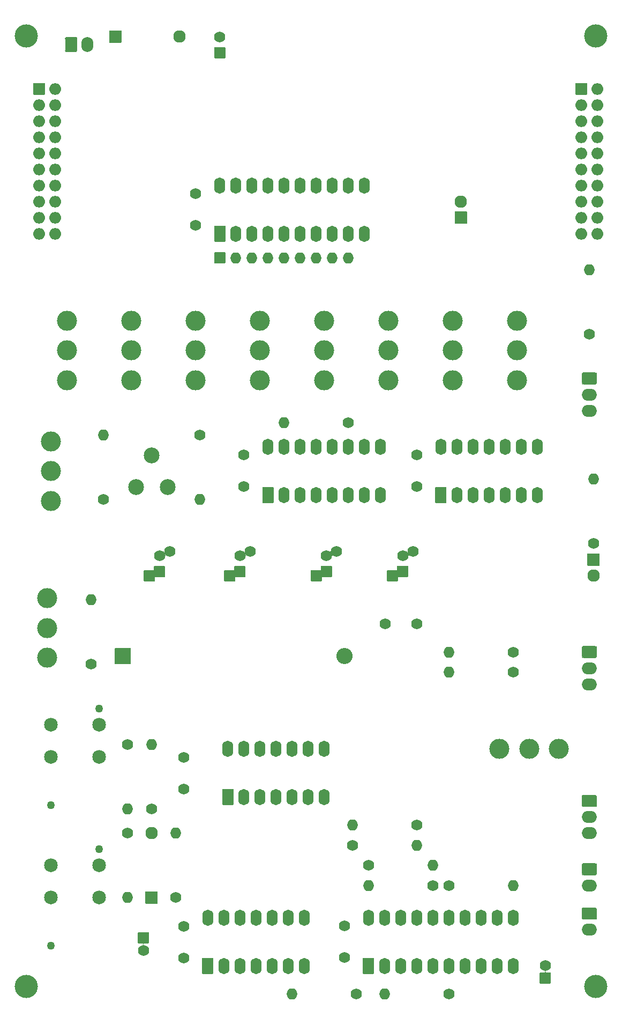
<source format=gbr>
G04 #@! TF.GenerationSoftware,KiCad,Pcbnew,(5.1.7)-1*
G04 #@! TF.CreationDate,2020-12-28T01:09:54+01:00*
G04 #@! TF.ProjectId,EinTaktReset,45696e54-616b-4745-9265-7365742e6b69,rev?*
G04 #@! TF.SameCoordinates,Original*
G04 #@! TF.FileFunction,Soldermask,Bot*
G04 #@! TF.FilePolarity,Negative*
%FSLAX46Y46*%
G04 Gerber Fmt 4.6, Leading zero omitted, Abs format (unit mm)*
G04 Created by KiCad (PCBNEW (5.1.7)-1) date 2020-12-28 01:09:54*
%MOMM*%
%LPD*%
G01*
G04 APERTURE LIST*
%ADD10O,2.560000X2.560000*%
%ADD11O,1.760000X1.760000*%
%ADD12C,1.760000*%
%ADD13C,2.160000*%
%ADD14C,1.260000*%
%ADD15C,3.157200*%
%ADD16O,1.760000X2.560000*%
%ADD17C,2.500000*%
%ADD18C,3.660000*%
%ADD19O,2.350000X1.900000*%
%ADD20O,1.860000X1.860000*%
%ADD21O,1.900000X2.350000*%
%ADD22C,1.960000*%
%ADD23O,1.960000X1.960000*%
%ADD24C,0.100000*%
G04 APERTURE END LIST*
D10*
X93345000Y-125730000D03*
G36*
G01*
X57065000Y-126930000D02*
X57065000Y-124530000D01*
G75*
G02*
X57145000Y-124450000I80000J0D01*
G01*
X59545000Y-124450000D01*
G75*
G02*
X59625000Y-124530000I0J-80000D01*
G01*
X59625000Y-126930000D01*
G75*
G02*
X59545000Y-127010000I-80000J0D01*
G01*
X57145000Y-127010000D01*
G75*
G02*
X57065000Y-126930000I0J80000D01*
G01*
G37*
D11*
X97155000Y-161925000D03*
D12*
X107315000Y-161925000D03*
D11*
X107315000Y-158750000D03*
D12*
X97155000Y-158750000D03*
D11*
X93980000Y-62865000D03*
X91440000Y-62865000D03*
X88900000Y-62865000D03*
X86360000Y-62865000D03*
X83820000Y-62865000D03*
X81280000Y-62865000D03*
X78740000Y-62865000D03*
X76200000Y-62865000D03*
G36*
G01*
X72780000Y-63665000D02*
X72780000Y-62065000D01*
G75*
G02*
X72860000Y-61985000I80000J0D01*
G01*
X74460000Y-61985000D01*
G75*
G02*
X74540000Y-62065000I0J-80000D01*
G01*
X74540000Y-63665000D01*
G75*
G02*
X74460000Y-63745000I-80000J0D01*
G01*
X72860000Y-63745000D01*
G75*
G02*
X72780000Y-63665000I0J80000D01*
G01*
G37*
D13*
X54610000Y-136525000D03*
X54610000Y-141605000D03*
X46990000Y-136525000D03*
D14*
X46990000Y-149225000D03*
X54610000Y-133985000D03*
D13*
X46990000Y-141605000D03*
X54610000Y-158750000D03*
X54610000Y-163830000D03*
X46990000Y-158750000D03*
D14*
X46990000Y-171450000D03*
X54610000Y-156210000D03*
D13*
X46990000Y-163830000D03*
D15*
X46355000Y-116586000D03*
X46355000Y-121285000D03*
X46355000Y-125984000D03*
D16*
X74930000Y-140335000D03*
X90170000Y-147955000D03*
X77470000Y-140335000D03*
X87630000Y-147955000D03*
X80010000Y-140335000D03*
X85090000Y-147955000D03*
X82550000Y-140335000D03*
X82550000Y-147955000D03*
X85090000Y-140335000D03*
X80010000Y-147955000D03*
X87630000Y-140335000D03*
X77470000Y-147955000D03*
X90170000Y-140335000D03*
G36*
G01*
X75730000Y-149235000D02*
X74130000Y-149235000D01*
G75*
G02*
X74050000Y-149155000I0J80000D01*
G01*
X74050000Y-146755000D01*
G75*
G02*
X74130000Y-146675000I80000J0D01*
G01*
X75730000Y-146675000D01*
G75*
G02*
X75810000Y-146755000I0J-80000D01*
G01*
X75810000Y-149155000D01*
G75*
G02*
X75730000Y-149235000I-80000J0D01*
G01*
G37*
X108585000Y-92710000D03*
X123825000Y-100330000D03*
X111125000Y-92710000D03*
X121285000Y-100330000D03*
X113665000Y-92710000D03*
X118745000Y-100330000D03*
X116205000Y-92710000D03*
X116205000Y-100330000D03*
X118745000Y-92710000D03*
X113665000Y-100330000D03*
X121285000Y-92710000D03*
X111125000Y-100330000D03*
X123825000Y-92710000D03*
G36*
G01*
X109385000Y-101610000D02*
X107785000Y-101610000D01*
G75*
G02*
X107705000Y-101530000I0J80000D01*
G01*
X107705000Y-99130000D01*
G75*
G02*
X107785000Y-99050000I80000J0D01*
G01*
X109385000Y-99050000D01*
G75*
G02*
X109465000Y-99130000I0J-80000D01*
G01*
X109465000Y-101530000D01*
G75*
G02*
X109385000Y-101610000I-80000J0D01*
G01*
G37*
X97155000Y-167005000D03*
X120015000Y-174625000D03*
X99695000Y-167005000D03*
X117475000Y-174625000D03*
X102235000Y-167005000D03*
X114935000Y-174625000D03*
X104775000Y-167005000D03*
X112395000Y-174625000D03*
X107315000Y-167005000D03*
X109855000Y-174625000D03*
X109855000Y-167005000D03*
X107315000Y-174625000D03*
X112395000Y-167005000D03*
X104775000Y-174625000D03*
X114935000Y-167005000D03*
X102235000Y-174625000D03*
X117475000Y-167005000D03*
X99695000Y-174625000D03*
X120015000Y-167005000D03*
G36*
G01*
X97955000Y-175905000D02*
X96355000Y-175905000D01*
G75*
G02*
X96275000Y-175825000I0J80000D01*
G01*
X96275000Y-173425000D01*
G75*
G02*
X96355000Y-173345000I80000J0D01*
G01*
X97955000Y-173345000D01*
G75*
G02*
X98035000Y-173425000I0J-80000D01*
G01*
X98035000Y-175825000D01*
G75*
G02*
X97955000Y-175905000I-80000J0D01*
G01*
G37*
X71755000Y-167005000D03*
X86995000Y-174625000D03*
X74295000Y-167005000D03*
X84455000Y-174625000D03*
X76835000Y-167005000D03*
X81915000Y-174625000D03*
X79375000Y-167005000D03*
X79375000Y-174625000D03*
X81915000Y-167005000D03*
X76835000Y-174625000D03*
X84455000Y-167005000D03*
X74295000Y-174625000D03*
X86995000Y-167005000D03*
G36*
G01*
X72555000Y-175905000D02*
X70955000Y-175905000D01*
G75*
G02*
X70875000Y-175825000I0J80000D01*
G01*
X70875000Y-173425000D01*
G75*
G02*
X70955000Y-173345000I80000J0D01*
G01*
X72555000Y-173345000D01*
G75*
G02*
X72635000Y-173425000I0J-80000D01*
G01*
X72635000Y-175825000D01*
G75*
G02*
X72555000Y-175905000I-80000J0D01*
G01*
G37*
D15*
X46990000Y-101219000D03*
X46990000Y-96520000D03*
X46990000Y-91821000D03*
X127254000Y-140335000D03*
X122555000Y-140335000D03*
X117856000Y-140335000D03*
D12*
X125095000Y-174530000D03*
G36*
G01*
X125895000Y-177410000D02*
X124295000Y-177410000D01*
G75*
G02*
X124215000Y-177330000I0J80000D01*
G01*
X124215000Y-175730000D01*
G75*
G02*
X124295000Y-175650000I80000J0D01*
G01*
X125895000Y-175650000D01*
G75*
G02*
X125975000Y-175730000I0J-80000D01*
G01*
X125975000Y-177330000D01*
G75*
G02*
X125895000Y-177410000I-80000J0D01*
G01*
G37*
X61595000Y-172180000D03*
G36*
G01*
X60795000Y-169300000D02*
X62395000Y-169300000D01*
G75*
G02*
X62475000Y-169380000I0J-80000D01*
G01*
X62475000Y-170980000D01*
G75*
G02*
X62395000Y-171060000I-80000J0D01*
G01*
X60795000Y-171060000D01*
G75*
G02*
X60715000Y-170980000I0J80000D01*
G01*
X60715000Y-169380000D01*
G75*
G02*
X60795000Y-169300000I80000J0D01*
G01*
G37*
D17*
X65405000Y-99060000D03*
X62905000Y-94060000D03*
X60405000Y-99060000D03*
D15*
X120650000Y-82169000D03*
X120650000Y-77470000D03*
X120650000Y-72771000D03*
X110490000Y-82169000D03*
X110490000Y-77470000D03*
X110490000Y-72771000D03*
X100330000Y-82169000D03*
X100330000Y-77470000D03*
X100330000Y-72771000D03*
X90170000Y-82169000D03*
X90170000Y-77470000D03*
X90170000Y-72771000D03*
X80010000Y-82169000D03*
X80010000Y-77470000D03*
X80010000Y-72771000D03*
X69850000Y-82169000D03*
X69850000Y-77470000D03*
X69850000Y-72771000D03*
X59690000Y-82169000D03*
X59690000Y-77470000D03*
X59690000Y-72771000D03*
X49530000Y-82169000D03*
X49530000Y-77470000D03*
X49530000Y-72771000D03*
D18*
X43100000Y-177860000D03*
X133100000Y-177860000D03*
X133100000Y-27860000D03*
X43100000Y-27860000D03*
D19*
X132080000Y-153670000D03*
X132080000Y-151130000D03*
G36*
G01*
X131177987Y-147640000D02*
X132982013Y-147640000D01*
G75*
G02*
X133255000Y-147912987I0J-272987D01*
G01*
X133255000Y-149267013D01*
G75*
G02*
X132982013Y-149540000I-272987J0D01*
G01*
X131177987Y-149540000D01*
G75*
G02*
X130905000Y-149267013I0J272987D01*
G01*
X130905000Y-147912987D01*
G75*
G02*
X131177987Y-147640000I272987J0D01*
G01*
G37*
X132080000Y-130175000D03*
X132080000Y-127635000D03*
G36*
G01*
X131177987Y-124145000D02*
X132982013Y-124145000D01*
G75*
G02*
X133255000Y-124417987I0J-272987D01*
G01*
X133255000Y-125772013D01*
G75*
G02*
X132982013Y-126045000I-272987J0D01*
G01*
X131177987Y-126045000D01*
G75*
G02*
X130905000Y-125772013I0J272987D01*
G01*
X130905000Y-124417987D01*
G75*
G02*
X131177987Y-124145000I272987J0D01*
G01*
G37*
X132080000Y-86995000D03*
X132080000Y-84455000D03*
G36*
G01*
X131177987Y-80965000D02*
X132982013Y-80965000D01*
G75*
G02*
X133255000Y-81237987I0J-272987D01*
G01*
X133255000Y-82592013D01*
G75*
G02*
X132982013Y-82865000I-272987J0D01*
G01*
X131177987Y-82865000D01*
G75*
G02*
X130905000Y-82592013I0J272987D01*
G01*
X130905000Y-81237987D01*
G75*
G02*
X131177987Y-80965000I272987J0D01*
G01*
G37*
D16*
X81280000Y-92710000D03*
X99060000Y-100330000D03*
X83820000Y-92710000D03*
X96520000Y-100330000D03*
X86360000Y-92710000D03*
X93980000Y-100330000D03*
X88900000Y-92710000D03*
X91440000Y-100330000D03*
X91440000Y-92710000D03*
X88900000Y-100330000D03*
X93980000Y-92710000D03*
X86360000Y-100330000D03*
X96520000Y-92710000D03*
X83820000Y-100330000D03*
X99060000Y-92710000D03*
G36*
G01*
X82080000Y-101610000D02*
X80480000Y-101610000D01*
G75*
G02*
X80400000Y-101530000I0J80000D01*
G01*
X80400000Y-99130000D01*
G75*
G02*
X80480000Y-99050000I80000J0D01*
G01*
X82080000Y-99050000D01*
G75*
G02*
X82160000Y-99130000I0J-80000D01*
G01*
X82160000Y-101530000D01*
G75*
G02*
X82080000Y-101610000I-80000J0D01*
G01*
G37*
X73660000Y-51435000D03*
X96520000Y-59055000D03*
X76200000Y-51435000D03*
X93980000Y-59055000D03*
X78740000Y-51435000D03*
X91440000Y-59055000D03*
X81280000Y-51435000D03*
X88900000Y-59055000D03*
X83820000Y-51435000D03*
X86360000Y-59055000D03*
X86360000Y-51435000D03*
X83820000Y-59055000D03*
X88900000Y-51435000D03*
X81280000Y-59055000D03*
X91440000Y-51435000D03*
X78740000Y-59055000D03*
X93980000Y-51435000D03*
X76200000Y-59055000D03*
X96520000Y-51435000D03*
G36*
G01*
X74460000Y-60335000D02*
X72860000Y-60335000D01*
G75*
G02*
X72780000Y-60255000I0J80000D01*
G01*
X72780000Y-57855000D01*
G75*
G02*
X72860000Y-57775000I80000J0D01*
G01*
X74460000Y-57775000D01*
G75*
G02*
X74540000Y-57855000I0J-80000D01*
G01*
X74540000Y-60255000D01*
G75*
G02*
X74460000Y-60335000I-80000J0D01*
G01*
G37*
D11*
X55245000Y-90805000D03*
D12*
X55245000Y-100965000D03*
D11*
X70485000Y-100965000D03*
D12*
X70485000Y-90805000D03*
D11*
X83820000Y-88900000D03*
D12*
X93980000Y-88900000D03*
D11*
X53340000Y-116840000D03*
D12*
X53340000Y-127000000D03*
D11*
X59055000Y-149860000D03*
D12*
X59055000Y-139700000D03*
D11*
X62865000Y-139700000D03*
D12*
X62865000Y-149860000D03*
D11*
X109855000Y-125095000D03*
D12*
X120015000Y-125095000D03*
D11*
X109855000Y-128270000D03*
D12*
X120015000Y-128270000D03*
D11*
X104775000Y-155575000D03*
D12*
X94615000Y-155575000D03*
D11*
X94615000Y-152400000D03*
D12*
X104775000Y-152400000D03*
D11*
X132080000Y-64770000D03*
D12*
X132080000Y-74930000D03*
D11*
X85090000Y-179070000D03*
D12*
X95250000Y-179070000D03*
D11*
X99695000Y-179070000D03*
D12*
X109855000Y-179070000D03*
D11*
X132715000Y-97790000D03*
D12*
X132715000Y-107950000D03*
D11*
X120015000Y-161925000D03*
D12*
X109855000Y-161925000D03*
D11*
X59055000Y-163830000D03*
D12*
X59055000Y-153670000D03*
D11*
X66675000Y-153670000D03*
D12*
X66675000Y-163830000D03*
D20*
X133350000Y-59055000D03*
X130810000Y-59055000D03*
X133350000Y-56515000D03*
X130810000Y-56515000D03*
X133350000Y-53975000D03*
X130810000Y-53975000D03*
X133350000Y-51435000D03*
X130810000Y-51435000D03*
X133350000Y-48895000D03*
X130810000Y-48895000D03*
X133350000Y-46355000D03*
X130810000Y-46355000D03*
X133350000Y-43815000D03*
X130810000Y-43815000D03*
X133350000Y-41275000D03*
X130810000Y-41275000D03*
X133350000Y-38735000D03*
X130810000Y-38735000D03*
X133350000Y-36195000D03*
G36*
G01*
X129880000Y-37045000D02*
X129880000Y-35345000D01*
G75*
G02*
X129960000Y-35265000I80000J0D01*
G01*
X131660000Y-35265000D01*
G75*
G02*
X131740000Y-35345000I0J-80000D01*
G01*
X131740000Y-37045000D01*
G75*
G02*
X131660000Y-37125000I-80000J0D01*
G01*
X129960000Y-37125000D01*
G75*
G02*
X129880000Y-37045000I0J80000D01*
G01*
G37*
X47625000Y-59055000D03*
X45085000Y-59055000D03*
X47625000Y-56515000D03*
X45085000Y-56515000D03*
X47625000Y-53975000D03*
X45085000Y-53975000D03*
X47625000Y-51435000D03*
X45085000Y-51435000D03*
X47625000Y-48895000D03*
X45085000Y-48895000D03*
X47625000Y-46355000D03*
X45085000Y-46355000D03*
X47625000Y-43815000D03*
X45085000Y-43815000D03*
X47625000Y-41275000D03*
X45085000Y-41275000D03*
X47625000Y-38735000D03*
X45085000Y-38735000D03*
X47625000Y-36195000D03*
G36*
G01*
X44155000Y-37045000D02*
X44155000Y-35345000D01*
G75*
G02*
X44235000Y-35265000I80000J0D01*
G01*
X45935000Y-35265000D01*
G75*
G02*
X46015000Y-35345000I0J-80000D01*
G01*
X46015000Y-37045000D01*
G75*
G02*
X45935000Y-37125000I-80000J0D01*
G01*
X44235000Y-37125000D01*
G75*
G02*
X44155000Y-37045000I0J80000D01*
G01*
G37*
D19*
X132080000Y-168910000D03*
G36*
G01*
X131177987Y-165420000D02*
X132982013Y-165420000D01*
G75*
G02*
X133255000Y-165692987I0J-272987D01*
G01*
X133255000Y-167047013D01*
G75*
G02*
X132982013Y-167320000I-272987J0D01*
G01*
X131177987Y-167320000D01*
G75*
G02*
X130905000Y-167047013I0J272987D01*
G01*
X130905000Y-165692987D01*
G75*
G02*
X131177987Y-165420000I272987J0D01*
G01*
G37*
X132080000Y-161925000D03*
G36*
G01*
X131177987Y-158435000D02*
X132982013Y-158435000D01*
G75*
G02*
X133255000Y-158707987I0J-272987D01*
G01*
X133255000Y-160062013D01*
G75*
G02*
X132982013Y-160335000I-272987J0D01*
G01*
X131177987Y-160335000D01*
G75*
G02*
X130905000Y-160062013I0J272987D01*
G01*
X130905000Y-158707987D01*
G75*
G02*
X131177987Y-158435000I272987J0D01*
G01*
G37*
D21*
X52705000Y-29210000D03*
G36*
G01*
X49215000Y-30112013D02*
X49215000Y-28307987D01*
G75*
G02*
X49487987Y-28035000I272987J0D01*
G01*
X50842013Y-28035000D01*
G75*
G02*
X51115000Y-28307987I0J-272987D01*
G01*
X51115000Y-30112013D01*
G75*
G02*
X50842013Y-30385000I-272987J0D01*
G01*
X49487987Y-30385000D01*
G75*
G02*
X49215000Y-30112013I0J272987D01*
G01*
G37*
D22*
X132715000Y-113030000D03*
G36*
G01*
X131815000Y-109510000D02*
X133615000Y-109510000D01*
G75*
G02*
X133695000Y-109590000I0J-80000D01*
G01*
X133695000Y-111390000D01*
G75*
G02*
X133615000Y-111470000I-80000J0D01*
G01*
X131815000Y-111470000D01*
G75*
G02*
X131735000Y-111390000I0J80000D01*
G01*
X131735000Y-109590000D01*
G75*
G02*
X131815000Y-109510000I80000J0D01*
G01*
G37*
D23*
X67310000Y-27940000D03*
G36*
G01*
X56170000Y-28840000D02*
X56170000Y-27040000D01*
G75*
G02*
X56250000Y-26960000I80000J0D01*
G01*
X58050000Y-26960000D01*
G75*
G02*
X58130000Y-27040000I0J-80000D01*
G01*
X58130000Y-28840000D01*
G75*
G02*
X58050000Y-28920000I-80000J0D01*
G01*
X56250000Y-28920000D01*
G75*
G02*
X56170000Y-28840000I0J80000D01*
G01*
G37*
D22*
X111760000Y-53975000D03*
G36*
G01*
X112660000Y-57495000D02*
X110860000Y-57495000D01*
G75*
G02*
X110780000Y-57415000I0J80000D01*
G01*
X110780000Y-55615000D01*
G75*
G02*
X110860000Y-55535000I80000J0D01*
G01*
X112660000Y-55535000D01*
G75*
G02*
X112740000Y-55615000I0J-80000D01*
G01*
X112740000Y-57415000D01*
G75*
G02*
X112660000Y-57495000I-80000J0D01*
G01*
G37*
D23*
X62865000Y-153670000D03*
G36*
G01*
X63765000Y-164810000D02*
X61965000Y-164810000D01*
G75*
G02*
X61885000Y-164730000I0J80000D01*
G01*
X61885000Y-162930000D01*
G75*
G02*
X61965000Y-162850000I80000J0D01*
G01*
X63765000Y-162850000D01*
G75*
G02*
X63845000Y-162930000I0J-80000D01*
G01*
X63845000Y-164730000D01*
G75*
G02*
X63765000Y-164810000I-80000J0D01*
G01*
G37*
D12*
X92100000Y-109188126D03*
G36*
G01*
X89700000Y-113910000D02*
X88100000Y-113910000D01*
G75*
G02*
X88020000Y-113830000I0J80000D01*
G01*
X88020000Y-112230000D01*
G75*
G02*
X88100000Y-112150000I80000J0D01*
G01*
X89700000Y-112150000D01*
G75*
G02*
X89780000Y-112230000I0J-80000D01*
G01*
X89780000Y-113830000D01*
G75*
G02*
X89700000Y-113910000I-80000J0D01*
G01*
G37*
X90500000Y-109859063D03*
G36*
G01*
X91300000Y-113239063D02*
X89700000Y-113239063D01*
G75*
G02*
X89620000Y-113159063I0J80000D01*
G01*
X89620000Y-111559063D01*
G75*
G02*
X89700000Y-111479063I80000J0D01*
G01*
X91300000Y-111479063D01*
G75*
G02*
X91380000Y-111559063I0J-80000D01*
G01*
X91380000Y-113159063D01*
G75*
G02*
X91300000Y-113239063I-80000J0D01*
G01*
G37*
X104165000Y-109188126D03*
G36*
G01*
X101765000Y-113910000D02*
X100165000Y-113910000D01*
G75*
G02*
X100085000Y-113830000I0J80000D01*
G01*
X100085000Y-112230000D01*
G75*
G02*
X100165000Y-112150000I80000J0D01*
G01*
X101765000Y-112150000D01*
G75*
G02*
X101845000Y-112230000I0J-80000D01*
G01*
X101845000Y-113830000D01*
G75*
G02*
X101765000Y-113910000I-80000J0D01*
G01*
G37*
X102565000Y-109859063D03*
G36*
G01*
X103365000Y-113239063D02*
X101765000Y-113239063D01*
G75*
G02*
X101685000Y-113159063I0J80000D01*
G01*
X101685000Y-111559063D01*
G75*
G02*
X101765000Y-111479063I80000J0D01*
G01*
X103365000Y-111479063D01*
G75*
G02*
X103445000Y-111559063I0J-80000D01*
G01*
X103445000Y-113159063D01*
G75*
G02*
X103365000Y-113239063I-80000J0D01*
G01*
G37*
X77470000Y-98980000D03*
X77470000Y-93980000D03*
X93345000Y-173275000D03*
X93345000Y-168275000D03*
X73660000Y-27980000D03*
G36*
G01*
X74460000Y-31360000D02*
X72860000Y-31360000D01*
G75*
G02*
X72780000Y-31280000I0J80000D01*
G01*
X72780000Y-29680000D01*
G75*
G02*
X72860000Y-29600000I80000J0D01*
G01*
X74460000Y-29600000D01*
G75*
G02*
X74540000Y-29680000I0J-80000D01*
G01*
X74540000Y-31280000D01*
G75*
G02*
X74460000Y-31360000I-80000J0D01*
G01*
G37*
X99775000Y-120650000D03*
X104775000Y-120650000D03*
X69850000Y-57705000D03*
X69850000Y-52705000D03*
X67945000Y-173355000D03*
X67945000Y-168355000D03*
X67945000Y-146685000D03*
X67945000Y-141685000D03*
X104775000Y-98980000D03*
X104775000Y-93980000D03*
X78435000Y-109224063D03*
G36*
G01*
X76035000Y-113945937D02*
X74435000Y-113945937D01*
G75*
G02*
X74355000Y-113865937I0J80000D01*
G01*
X74355000Y-112265937D01*
G75*
G02*
X74435000Y-112185937I80000J0D01*
G01*
X76035000Y-112185937D01*
G75*
G02*
X76115000Y-112265937I0J-80000D01*
G01*
X76115000Y-113865937D01*
G75*
G02*
X76035000Y-113945937I-80000J0D01*
G01*
G37*
X76835000Y-109895000D03*
G36*
G01*
X77635000Y-113275000D02*
X76035000Y-113275000D01*
G75*
G02*
X75955000Y-113195000I0J80000D01*
G01*
X75955000Y-111595000D01*
G75*
G02*
X76035000Y-111515000I80000J0D01*
G01*
X77635000Y-111515000D01*
G75*
G02*
X77715000Y-111595000I0J-80000D01*
G01*
X77715000Y-113195000D01*
G75*
G02*
X77635000Y-113275000I-80000J0D01*
G01*
G37*
X65735000Y-109224063D03*
G36*
G01*
X63335000Y-113945937D02*
X61735000Y-113945937D01*
G75*
G02*
X61655000Y-113865937I0J80000D01*
G01*
X61655000Y-112265937D01*
G75*
G02*
X61735000Y-112185937I80000J0D01*
G01*
X63335000Y-112185937D01*
G75*
G02*
X63415000Y-112265937I0J-80000D01*
G01*
X63415000Y-113865937D01*
G75*
G02*
X63335000Y-113945937I-80000J0D01*
G01*
G37*
X64135000Y-109895000D03*
G36*
G01*
X64935000Y-113275000D02*
X63335000Y-113275000D01*
G75*
G02*
X63255000Y-113195000I0J80000D01*
G01*
X63255000Y-111595000D01*
G75*
G02*
X63335000Y-111515000I80000J0D01*
G01*
X64935000Y-111515000D01*
G75*
G02*
X65015000Y-111595000I0J-80000D01*
G01*
X65015000Y-113195000D01*
G75*
G02*
X64935000Y-113275000I-80000J0D01*
G01*
G37*
D24*
G36*
X125210450Y-175398936D02*
G01*
X125210840Y-175400898D01*
X125209527Y-175402169D01*
X125191867Y-175407526D01*
X125170257Y-175419076D01*
X125151317Y-175434620D01*
X125135773Y-175453560D01*
X125124223Y-175475170D01*
X125117109Y-175498620D01*
X125114708Y-175523001D01*
X125117109Y-175547382D01*
X125124223Y-175570832D01*
X125135773Y-175592442D01*
X125151317Y-175611382D01*
X125170257Y-175626926D01*
X125191867Y-175638476D01*
X125215317Y-175645590D01*
X125239894Y-175648010D01*
X125241520Y-175649175D01*
X125241324Y-175651165D01*
X125239698Y-175652000D01*
X124950302Y-175652000D01*
X124948570Y-175651000D01*
X124948570Y-175649000D01*
X124950106Y-175648010D01*
X124974683Y-175645590D01*
X124998133Y-175638476D01*
X125019743Y-175626926D01*
X125038683Y-175611382D01*
X125054227Y-175592442D01*
X125065777Y-175570832D01*
X125072891Y-175547382D01*
X125075292Y-175523001D01*
X125072891Y-175498620D01*
X125065777Y-175475170D01*
X125054227Y-175453560D01*
X125038683Y-175434620D01*
X125019743Y-175419076D01*
X124998133Y-175407526D01*
X124980473Y-175402169D01*
X124979106Y-175400709D01*
X124979687Y-175398795D01*
X124981444Y-175398293D01*
X125008944Y-175403763D01*
X125181056Y-175403763D01*
X125208556Y-175398293D01*
X125210450Y-175398936D01*
G37*
G36*
X61741430Y-171059000D02*
G01*
X61741430Y-171061000D01*
X61739894Y-171061990D01*
X61715317Y-171064410D01*
X61691867Y-171071524D01*
X61670257Y-171083074D01*
X61651317Y-171098618D01*
X61635773Y-171117558D01*
X61624223Y-171139168D01*
X61617109Y-171162618D01*
X61614708Y-171186999D01*
X61617109Y-171211380D01*
X61624223Y-171234830D01*
X61635773Y-171256440D01*
X61651317Y-171275380D01*
X61670257Y-171290924D01*
X61691867Y-171302474D01*
X61709527Y-171307831D01*
X61710894Y-171309291D01*
X61710313Y-171311205D01*
X61708556Y-171311707D01*
X61681056Y-171306237D01*
X61508944Y-171306237D01*
X61481444Y-171311707D01*
X61479550Y-171311064D01*
X61479160Y-171309102D01*
X61480473Y-171307831D01*
X61498133Y-171302474D01*
X61519743Y-171290924D01*
X61538683Y-171275380D01*
X61554227Y-171256440D01*
X61565777Y-171234830D01*
X61572891Y-171211380D01*
X61575292Y-171186999D01*
X61572891Y-171162618D01*
X61565777Y-171139168D01*
X61554227Y-171117558D01*
X61538683Y-171098618D01*
X61519743Y-171083074D01*
X61498133Y-171071524D01*
X61474683Y-171064410D01*
X61450106Y-171061990D01*
X61448480Y-171060825D01*
X61448676Y-171058835D01*
X61450302Y-171058000D01*
X61739698Y-171058000D01*
X61741430Y-171059000D01*
G37*
G36*
X130906990Y-167046817D02*
G01*
X130912215Y-167099875D01*
X130927637Y-167150712D01*
X130952678Y-167197560D01*
X130986377Y-167238623D01*
X131027440Y-167272322D01*
X131074288Y-167297363D01*
X131125125Y-167312785D01*
X131178183Y-167318010D01*
X131179809Y-167319175D01*
X131179613Y-167321165D01*
X131177987Y-167322000D01*
X131093718Y-167322000D01*
X131093522Y-167321990D01*
X131051810Y-167317882D01*
X131051425Y-167317806D01*
X131017301Y-167307454D01*
X131016939Y-167307304D01*
X130985500Y-167290500D01*
X130985174Y-167290282D01*
X130957613Y-167267664D01*
X130957336Y-167267387D01*
X130934718Y-167239826D01*
X130934500Y-167239500D01*
X130917696Y-167208061D01*
X130917546Y-167207699D01*
X130907194Y-167173575D01*
X130907118Y-167173190D01*
X130903010Y-167131478D01*
X130903000Y-167131282D01*
X130903000Y-167047013D01*
X130904000Y-167045281D01*
X130906000Y-167045281D01*
X130906990Y-167046817D01*
G37*
G36*
X133256165Y-167045387D02*
G01*
X133257000Y-167047013D01*
X133257000Y-167131282D01*
X133256990Y-167131478D01*
X133252882Y-167173190D01*
X133252806Y-167173575D01*
X133242454Y-167207699D01*
X133242304Y-167208061D01*
X133225500Y-167239500D01*
X133225282Y-167239826D01*
X133202664Y-167267387D01*
X133202387Y-167267664D01*
X133174826Y-167290282D01*
X133174500Y-167290500D01*
X133143061Y-167307304D01*
X133142699Y-167307454D01*
X133108575Y-167317806D01*
X133108190Y-167317882D01*
X133066478Y-167321990D01*
X133066282Y-167322000D01*
X132982013Y-167322000D01*
X132980281Y-167321000D01*
X132980281Y-167319000D01*
X132981817Y-167318010D01*
X133034875Y-167312785D01*
X133085712Y-167297363D01*
X133132560Y-167272322D01*
X133173623Y-167238623D01*
X133207322Y-167197560D01*
X133232363Y-167150712D01*
X133247785Y-167099875D01*
X133253010Y-167046817D01*
X133254175Y-167045191D01*
X133256165Y-167045387D01*
G37*
G36*
X131179719Y-165419000D02*
G01*
X131179719Y-165421000D01*
X131178183Y-165421990D01*
X131125125Y-165427215D01*
X131074288Y-165442637D01*
X131027440Y-165467678D01*
X130986377Y-165501377D01*
X130952678Y-165542440D01*
X130927637Y-165589288D01*
X130912215Y-165640125D01*
X130906990Y-165693183D01*
X130905825Y-165694809D01*
X130903835Y-165694613D01*
X130903000Y-165692987D01*
X130903000Y-165608718D01*
X130903010Y-165608522D01*
X130907118Y-165566810D01*
X130907194Y-165566425D01*
X130917546Y-165532301D01*
X130917696Y-165531939D01*
X130934500Y-165500500D01*
X130934718Y-165500174D01*
X130957336Y-165472613D01*
X130957613Y-165472336D01*
X130985174Y-165449718D01*
X130985500Y-165449500D01*
X131016939Y-165432696D01*
X131017301Y-165432546D01*
X131051425Y-165422194D01*
X131051810Y-165422118D01*
X131093522Y-165418010D01*
X131093718Y-165418000D01*
X131177987Y-165418000D01*
X131179719Y-165419000D01*
G37*
G36*
X133066478Y-165418010D02*
G01*
X133108190Y-165422118D01*
X133108575Y-165422194D01*
X133142699Y-165432546D01*
X133143061Y-165432696D01*
X133174500Y-165449500D01*
X133174826Y-165449718D01*
X133202387Y-165472336D01*
X133202664Y-165472613D01*
X133225282Y-165500174D01*
X133225500Y-165500500D01*
X133242304Y-165531939D01*
X133242454Y-165532301D01*
X133252806Y-165566425D01*
X133252882Y-165566810D01*
X133256990Y-165608522D01*
X133257000Y-165608718D01*
X133257000Y-165692987D01*
X133256000Y-165694719D01*
X133254000Y-165694719D01*
X133253010Y-165693183D01*
X133247785Y-165640125D01*
X133232363Y-165589288D01*
X133207322Y-165542440D01*
X133173623Y-165501377D01*
X133132560Y-165467678D01*
X133085712Y-165442637D01*
X133034875Y-165427215D01*
X132981817Y-165421990D01*
X132980191Y-165420825D01*
X132980387Y-165418835D01*
X132982013Y-165418000D01*
X133066282Y-165418000D01*
X133066478Y-165418010D01*
G37*
G36*
X130906990Y-160061817D02*
G01*
X130912215Y-160114875D01*
X130927637Y-160165712D01*
X130952678Y-160212560D01*
X130986377Y-160253623D01*
X131027440Y-160287322D01*
X131074288Y-160312363D01*
X131125125Y-160327785D01*
X131178183Y-160333010D01*
X131179809Y-160334175D01*
X131179613Y-160336165D01*
X131177987Y-160337000D01*
X131093718Y-160337000D01*
X131093522Y-160336990D01*
X131051810Y-160332882D01*
X131051425Y-160332806D01*
X131017301Y-160322454D01*
X131016939Y-160322304D01*
X130985500Y-160305500D01*
X130985174Y-160305282D01*
X130957613Y-160282664D01*
X130957336Y-160282387D01*
X130934718Y-160254826D01*
X130934500Y-160254500D01*
X130917696Y-160223061D01*
X130917546Y-160222699D01*
X130907194Y-160188575D01*
X130907118Y-160188190D01*
X130903010Y-160146478D01*
X130903000Y-160146282D01*
X130903000Y-160062013D01*
X130904000Y-160060281D01*
X130906000Y-160060281D01*
X130906990Y-160061817D01*
G37*
G36*
X133256165Y-160060387D02*
G01*
X133257000Y-160062013D01*
X133257000Y-160146282D01*
X133256990Y-160146478D01*
X133252882Y-160188190D01*
X133252806Y-160188575D01*
X133242454Y-160222699D01*
X133242304Y-160223061D01*
X133225500Y-160254500D01*
X133225282Y-160254826D01*
X133202664Y-160282387D01*
X133202387Y-160282664D01*
X133174826Y-160305282D01*
X133174500Y-160305500D01*
X133143061Y-160322304D01*
X133142699Y-160322454D01*
X133108575Y-160332806D01*
X133108190Y-160332882D01*
X133066478Y-160336990D01*
X133066282Y-160337000D01*
X132982013Y-160337000D01*
X132980281Y-160336000D01*
X132980281Y-160334000D01*
X132981817Y-160333010D01*
X133034875Y-160327785D01*
X133085712Y-160312363D01*
X133132560Y-160287322D01*
X133173623Y-160253623D01*
X133207322Y-160212560D01*
X133232363Y-160165712D01*
X133247785Y-160114875D01*
X133253010Y-160061817D01*
X133254175Y-160060191D01*
X133256165Y-160060387D01*
G37*
G36*
X131179719Y-158434000D02*
G01*
X131179719Y-158436000D01*
X131178183Y-158436990D01*
X131125125Y-158442215D01*
X131074288Y-158457637D01*
X131027440Y-158482678D01*
X130986377Y-158516377D01*
X130952678Y-158557440D01*
X130927637Y-158604288D01*
X130912215Y-158655125D01*
X130906990Y-158708183D01*
X130905825Y-158709809D01*
X130903835Y-158709613D01*
X130903000Y-158707987D01*
X130903000Y-158623718D01*
X130903010Y-158623522D01*
X130907118Y-158581810D01*
X130907194Y-158581425D01*
X130917546Y-158547301D01*
X130917696Y-158546939D01*
X130934500Y-158515500D01*
X130934718Y-158515174D01*
X130957336Y-158487613D01*
X130957613Y-158487336D01*
X130985174Y-158464718D01*
X130985500Y-158464500D01*
X131016939Y-158447696D01*
X131017301Y-158447546D01*
X131051425Y-158437194D01*
X131051810Y-158437118D01*
X131093522Y-158433010D01*
X131093718Y-158433000D01*
X131177987Y-158433000D01*
X131179719Y-158434000D01*
G37*
G36*
X133066478Y-158433010D02*
G01*
X133108190Y-158437118D01*
X133108575Y-158437194D01*
X133142699Y-158447546D01*
X133143061Y-158447696D01*
X133174500Y-158464500D01*
X133174826Y-158464718D01*
X133202387Y-158487336D01*
X133202664Y-158487613D01*
X133225282Y-158515174D01*
X133225500Y-158515500D01*
X133242304Y-158546939D01*
X133242454Y-158547301D01*
X133252806Y-158581425D01*
X133252882Y-158581810D01*
X133256990Y-158623522D01*
X133257000Y-158623718D01*
X133257000Y-158707987D01*
X133256000Y-158709719D01*
X133254000Y-158709719D01*
X133253010Y-158708183D01*
X133247785Y-158655125D01*
X133232363Y-158604288D01*
X133207322Y-158557440D01*
X133173623Y-158516377D01*
X133132560Y-158482678D01*
X133085712Y-158457637D01*
X133034875Y-158442215D01*
X132981817Y-158436990D01*
X132980191Y-158435825D01*
X132980387Y-158433835D01*
X132982013Y-158433000D01*
X133066282Y-158433000D01*
X133066478Y-158433010D01*
G37*
G36*
X130906990Y-149266817D02*
G01*
X130912215Y-149319875D01*
X130927637Y-149370712D01*
X130952678Y-149417560D01*
X130986377Y-149458623D01*
X131027440Y-149492322D01*
X131074288Y-149517363D01*
X131125125Y-149532785D01*
X131178183Y-149538010D01*
X131179809Y-149539175D01*
X131179613Y-149541165D01*
X131177987Y-149542000D01*
X131093718Y-149542000D01*
X131093522Y-149541990D01*
X131051810Y-149537882D01*
X131051425Y-149537806D01*
X131017301Y-149527454D01*
X131016939Y-149527304D01*
X130985500Y-149510500D01*
X130985174Y-149510282D01*
X130957613Y-149487664D01*
X130957336Y-149487387D01*
X130934718Y-149459826D01*
X130934500Y-149459500D01*
X130917696Y-149428061D01*
X130917546Y-149427699D01*
X130907194Y-149393575D01*
X130907118Y-149393190D01*
X130903010Y-149351478D01*
X130903000Y-149351282D01*
X130903000Y-149267013D01*
X130904000Y-149265281D01*
X130906000Y-149265281D01*
X130906990Y-149266817D01*
G37*
G36*
X133256165Y-149265387D02*
G01*
X133257000Y-149267013D01*
X133257000Y-149351282D01*
X133256990Y-149351478D01*
X133252882Y-149393190D01*
X133252806Y-149393575D01*
X133242454Y-149427699D01*
X133242304Y-149428061D01*
X133225500Y-149459500D01*
X133225282Y-149459826D01*
X133202664Y-149487387D01*
X133202387Y-149487664D01*
X133174826Y-149510282D01*
X133174500Y-149510500D01*
X133143061Y-149527304D01*
X133142699Y-149527454D01*
X133108575Y-149537806D01*
X133108190Y-149537882D01*
X133066478Y-149541990D01*
X133066282Y-149542000D01*
X132982013Y-149542000D01*
X132980281Y-149541000D01*
X132980281Y-149539000D01*
X132981817Y-149538010D01*
X133034875Y-149532785D01*
X133085712Y-149517363D01*
X133132560Y-149492322D01*
X133173623Y-149458623D01*
X133207322Y-149417560D01*
X133232363Y-149370712D01*
X133247785Y-149319875D01*
X133253010Y-149266817D01*
X133254175Y-149265191D01*
X133256165Y-149265387D01*
G37*
G36*
X131179719Y-147639000D02*
G01*
X131179719Y-147641000D01*
X131178183Y-147641990D01*
X131125125Y-147647215D01*
X131074288Y-147662637D01*
X131027440Y-147687678D01*
X130986377Y-147721377D01*
X130952678Y-147762440D01*
X130927637Y-147809288D01*
X130912215Y-147860125D01*
X130906990Y-147913183D01*
X130905825Y-147914809D01*
X130903835Y-147914613D01*
X130903000Y-147912987D01*
X130903000Y-147828718D01*
X130903010Y-147828522D01*
X130907118Y-147786810D01*
X130907194Y-147786425D01*
X130917546Y-147752301D01*
X130917696Y-147751939D01*
X130934500Y-147720500D01*
X130934718Y-147720174D01*
X130957336Y-147692613D01*
X130957613Y-147692336D01*
X130985174Y-147669718D01*
X130985500Y-147669500D01*
X131016939Y-147652696D01*
X131017301Y-147652546D01*
X131051425Y-147642194D01*
X131051810Y-147642118D01*
X131093522Y-147638010D01*
X131093718Y-147638000D01*
X131177987Y-147638000D01*
X131179719Y-147639000D01*
G37*
G36*
X133066478Y-147638010D02*
G01*
X133108190Y-147642118D01*
X133108575Y-147642194D01*
X133142699Y-147652546D01*
X133143061Y-147652696D01*
X133174500Y-147669500D01*
X133174826Y-147669718D01*
X133202387Y-147692336D01*
X133202664Y-147692613D01*
X133225282Y-147720174D01*
X133225500Y-147720500D01*
X133242304Y-147751939D01*
X133242454Y-147752301D01*
X133252806Y-147786425D01*
X133252882Y-147786810D01*
X133256990Y-147828522D01*
X133257000Y-147828718D01*
X133257000Y-147912987D01*
X133256000Y-147914719D01*
X133254000Y-147914719D01*
X133253010Y-147913183D01*
X133247785Y-147860125D01*
X133232363Y-147809288D01*
X133207322Y-147762440D01*
X133173623Y-147721377D01*
X133132560Y-147687678D01*
X133085712Y-147662637D01*
X133034875Y-147647215D01*
X132981817Y-147641990D01*
X132980191Y-147640825D01*
X132980387Y-147638835D01*
X132982013Y-147638000D01*
X133066282Y-147638000D01*
X133066478Y-147638010D01*
G37*
G36*
X130906990Y-125771817D02*
G01*
X130912215Y-125824875D01*
X130927637Y-125875712D01*
X130952678Y-125922560D01*
X130986377Y-125963623D01*
X131027440Y-125997322D01*
X131074288Y-126022363D01*
X131125125Y-126037785D01*
X131178183Y-126043010D01*
X131179809Y-126044175D01*
X131179613Y-126046165D01*
X131177987Y-126047000D01*
X131093718Y-126047000D01*
X131093522Y-126046990D01*
X131051810Y-126042882D01*
X131051425Y-126042806D01*
X131017301Y-126032454D01*
X131016939Y-126032304D01*
X130985500Y-126015500D01*
X130985174Y-126015282D01*
X130957613Y-125992664D01*
X130957336Y-125992387D01*
X130934718Y-125964826D01*
X130934500Y-125964500D01*
X130917696Y-125933061D01*
X130917546Y-125932699D01*
X130907194Y-125898575D01*
X130907118Y-125898190D01*
X130903010Y-125856478D01*
X130903000Y-125856282D01*
X130903000Y-125772013D01*
X130904000Y-125770281D01*
X130906000Y-125770281D01*
X130906990Y-125771817D01*
G37*
G36*
X133256165Y-125770387D02*
G01*
X133257000Y-125772013D01*
X133257000Y-125856282D01*
X133256990Y-125856478D01*
X133252882Y-125898190D01*
X133252806Y-125898575D01*
X133242454Y-125932699D01*
X133242304Y-125933061D01*
X133225500Y-125964500D01*
X133225282Y-125964826D01*
X133202664Y-125992387D01*
X133202387Y-125992664D01*
X133174826Y-126015282D01*
X133174500Y-126015500D01*
X133143061Y-126032304D01*
X133142699Y-126032454D01*
X133108575Y-126042806D01*
X133108190Y-126042882D01*
X133066478Y-126046990D01*
X133066282Y-126047000D01*
X132982013Y-126047000D01*
X132980281Y-126046000D01*
X132980281Y-126044000D01*
X132981817Y-126043010D01*
X133034875Y-126037785D01*
X133085712Y-126022363D01*
X133132560Y-125997322D01*
X133173623Y-125963623D01*
X133207322Y-125922560D01*
X133232363Y-125875712D01*
X133247785Y-125824875D01*
X133253010Y-125771817D01*
X133254175Y-125770191D01*
X133256165Y-125770387D01*
G37*
G36*
X131179719Y-124144000D02*
G01*
X131179719Y-124146000D01*
X131178183Y-124146990D01*
X131125125Y-124152215D01*
X131074288Y-124167637D01*
X131027440Y-124192678D01*
X130986377Y-124226377D01*
X130952678Y-124267440D01*
X130927637Y-124314288D01*
X130912215Y-124365125D01*
X130906990Y-124418183D01*
X130905825Y-124419809D01*
X130903835Y-124419613D01*
X130903000Y-124417987D01*
X130903000Y-124333718D01*
X130903010Y-124333522D01*
X130907118Y-124291810D01*
X130907194Y-124291425D01*
X130917546Y-124257301D01*
X130917696Y-124256939D01*
X130934500Y-124225500D01*
X130934718Y-124225174D01*
X130957336Y-124197613D01*
X130957613Y-124197336D01*
X130985174Y-124174718D01*
X130985500Y-124174500D01*
X131016939Y-124157696D01*
X131017301Y-124157546D01*
X131051425Y-124147194D01*
X131051810Y-124147118D01*
X131093522Y-124143010D01*
X131093718Y-124143000D01*
X131177987Y-124143000D01*
X131179719Y-124144000D01*
G37*
G36*
X133066478Y-124143010D02*
G01*
X133108190Y-124147118D01*
X133108575Y-124147194D01*
X133142699Y-124157546D01*
X133143061Y-124157696D01*
X133174500Y-124174500D01*
X133174826Y-124174718D01*
X133202387Y-124197336D01*
X133202664Y-124197613D01*
X133225282Y-124225174D01*
X133225500Y-124225500D01*
X133242304Y-124256939D01*
X133242454Y-124257301D01*
X133252806Y-124291425D01*
X133252882Y-124291810D01*
X133256990Y-124333522D01*
X133257000Y-124333718D01*
X133257000Y-124417987D01*
X133256000Y-124419719D01*
X133254000Y-124419719D01*
X133253010Y-124418183D01*
X133247785Y-124365125D01*
X133232363Y-124314288D01*
X133207322Y-124267440D01*
X133173623Y-124226377D01*
X133132560Y-124192678D01*
X133085712Y-124167637D01*
X133034875Y-124152215D01*
X132981817Y-124146990D01*
X132980191Y-124145825D01*
X132980387Y-124143835D01*
X132982013Y-124143000D01*
X133066282Y-124143000D01*
X133066478Y-124143010D01*
G37*
G36*
X64986298Y-109676282D02*
G01*
X65056305Y-109781055D01*
X65178008Y-109902758D01*
X65196964Y-109915424D01*
X65197849Y-109917218D01*
X65196738Y-109918881D01*
X65194910Y-109918851D01*
X65178632Y-109910150D01*
X65155181Y-109903036D01*
X65130800Y-109900635D01*
X65106419Y-109903036D01*
X65082969Y-109910150D01*
X65061359Y-109921700D01*
X65042419Y-109937244D01*
X65026875Y-109956184D01*
X65015325Y-109977793D01*
X65009969Y-109995450D01*
X65008509Y-109996817D01*
X65006595Y-109996236D01*
X65006093Y-109994479D01*
X65008763Y-109981056D01*
X65008763Y-109808944D01*
X64982673Y-109677783D01*
X64983316Y-109675889D01*
X64985278Y-109675499D01*
X64986298Y-109676282D01*
G37*
G36*
X77686298Y-109676282D02*
G01*
X77756305Y-109781055D01*
X77878008Y-109902758D01*
X77896964Y-109915424D01*
X77897849Y-109917218D01*
X77896738Y-109918881D01*
X77894910Y-109918851D01*
X77878632Y-109910150D01*
X77855181Y-109903036D01*
X77830800Y-109900635D01*
X77806419Y-109903036D01*
X77782969Y-109910150D01*
X77761359Y-109921700D01*
X77742419Y-109937244D01*
X77726875Y-109956184D01*
X77715325Y-109977793D01*
X77709969Y-109995450D01*
X77708509Y-109996817D01*
X77706595Y-109996236D01*
X77706093Y-109994479D01*
X77708763Y-109981056D01*
X77708763Y-109808944D01*
X77682673Y-109677783D01*
X77683316Y-109675889D01*
X77685278Y-109675499D01*
X77686298Y-109676282D01*
G37*
G36*
X91351298Y-109640345D02*
G01*
X91421305Y-109745118D01*
X91543008Y-109866821D01*
X91561964Y-109879487D01*
X91562849Y-109881281D01*
X91561738Y-109882944D01*
X91559910Y-109882914D01*
X91543632Y-109874213D01*
X91520181Y-109867099D01*
X91495800Y-109864698D01*
X91471419Y-109867099D01*
X91447969Y-109874213D01*
X91426359Y-109885763D01*
X91407419Y-109901307D01*
X91391875Y-109920247D01*
X91380325Y-109941856D01*
X91374969Y-109959513D01*
X91373509Y-109960880D01*
X91371595Y-109960299D01*
X91371093Y-109958542D01*
X91373763Y-109945119D01*
X91373763Y-109773007D01*
X91347673Y-109641846D01*
X91348316Y-109639952D01*
X91350278Y-109639562D01*
X91351298Y-109640345D01*
G37*
G36*
X103416298Y-109640345D02*
G01*
X103486305Y-109745118D01*
X103608008Y-109866821D01*
X103626964Y-109879487D01*
X103627849Y-109881281D01*
X103626738Y-109882944D01*
X103624910Y-109882914D01*
X103608632Y-109874213D01*
X103585181Y-109867099D01*
X103560800Y-109864698D01*
X103536419Y-109867099D01*
X103512969Y-109874213D01*
X103491359Y-109885763D01*
X103472419Y-109901307D01*
X103456875Y-109920247D01*
X103445325Y-109941856D01*
X103439969Y-109959513D01*
X103438509Y-109960880D01*
X103436595Y-109960299D01*
X103436093Y-109958542D01*
X103438763Y-109945119D01*
X103438763Y-109773007D01*
X103412673Y-109641846D01*
X103413316Y-109639952D01*
X103415278Y-109639562D01*
X103416298Y-109640345D01*
G37*
G36*
X77563405Y-109122827D02*
G01*
X77563907Y-109124584D01*
X77561237Y-109138007D01*
X77561237Y-109310119D01*
X77587327Y-109441280D01*
X77586684Y-109443174D01*
X77584722Y-109443564D01*
X77583702Y-109442781D01*
X77513695Y-109338008D01*
X77391992Y-109216305D01*
X77373036Y-109203639D01*
X77372151Y-109201845D01*
X77373262Y-109200182D01*
X77375090Y-109200212D01*
X77391368Y-109208913D01*
X77414819Y-109216027D01*
X77439200Y-109218428D01*
X77463581Y-109216027D01*
X77487031Y-109208913D01*
X77508641Y-109197363D01*
X77527581Y-109181819D01*
X77543125Y-109162879D01*
X77554675Y-109141270D01*
X77560031Y-109123613D01*
X77561491Y-109122246D01*
X77563405Y-109122827D01*
G37*
G36*
X64863405Y-109122827D02*
G01*
X64863907Y-109124584D01*
X64861237Y-109138007D01*
X64861237Y-109310119D01*
X64887327Y-109441280D01*
X64886684Y-109443174D01*
X64884722Y-109443564D01*
X64883702Y-109442781D01*
X64813695Y-109338008D01*
X64691992Y-109216305D01*
X64673036Y-109203639D01*
X64672151Y-109201845D01*
X64673262Y-109200182D01*
X64675090Y-109200212D01*
X64691368Y-109208913D01*
X64714819Y-109216027D01*
X64739200Y-109218428D01*
X64763581Y-109216027D01*
X64787031Y-109208913D01*
X64808641Y-109197363D01*
X64827581Y-109181819D01*
X64843125Y-109162879D01*
X64854675Y-109141270D01*
X64860031Y-109123613D01*
X64861491Y-109122246D01*
X64863405Y-109122827D01*
G37*
G36*
X103293405Y-109086890D02*
G01*
X103293907Y-109088647D01*
X103291237Y-109102070D01*
X103291237Y-109274182D01*
X103317327Y-109405343D01*
X103316684Y-109407237D01*
X103314722Y-109407627D01*
X103313702Y-109406844D01*
X103243695Y-109302071D01*
X103121992Y-109180368D01*
X103103036Y-109167702D01*
X103102151Y-109165908D01*
X103103262Y-109164245D01*
X103105090Y-109164275D01*
X103121368Y-109172976D01*
X103144819Y-109180090D01*
X103169200Y-109182491D01*
X103193581Y-109180090D01*
X103217031Y-109172976D01*
X103238641Y-109161426D01*
X103257581Y-109145882D01*
X103273125Y-109126942D01*
X103284675Y-109105333D01*
X103290031Y-109087676D01*
X103291491Y-109086309D01*
X103293405Y-109086890D01*
G37*
G36*
X91228405Y-109086890D02*
G01*
X91228907Y-109088647D01*
X91226237Y-109102070D01*
X91226237Y-109274182D01*
X91252327Y-109405343D01*
X91251684Y-109407237D01*
X91249722Y-109407627D01*
X91248702Y-109406844D01*
X91178695Y-109302071D01*
X91056992Y-109180368D01*
X91038036Y-109167702D01*
X91037151Y-109165908D01*
X91038262Y-109164245D01*
X91040090Y-109164275D01*
X91056368Y-109172976D01*
X91079819Y-109180090D01*
X91104200Y-109182491D01*
X91128581Y-109180090D01*
X91152031Y-109172976D01*
X91173641Y-109161426D01*
X91192581Y-109145882D01*
X91208125Y-109126942D01*
X91219675Y-109105333D01*
X91225031Y-109087676D01*
X91226491Y-109086309D01*
X91228405Y-109086890D01*
G37*
G36*
X133256165Y-82590387D02*
G01*
X133257000Y-82592013D01*
X133257000Y-82676282D01*
X133256990Y-82676478D01*
X133252882Y-82718190D01*
X133252806Y-82718575D01*
X133242454Y-82752699D01*
X133242304Y-82753061D01*
X133225500Y-82784500D01*
X133225282Y-82784826D01*
X133202664Y-82812387D01*
X133202387Y-82812664D01*
X133174826Y-82835282D01*
X133174500Y-82835500D01*
X133143061Y-82852304D01*
X133142699Y-82852454D01*
X133108575Y-82862806D01*
X133108190Y-82862882D01*
X133066478Y-82866990D01*
X133066282Y-82867000D01*
X132982013Y-82867000D01*
X132980281Y-82866000D01*
X132980281Y-82864000D01*
X132981817Y-82863010D01*
X133034875Y-82857785D01*
X133085712Y-82842363D01*
X133132560Y-82817322D01*
X133173623Y-82783623D01*
X133207322Y-82742560D01*
X133232363Y-82695712D01*
X133247785Y-82644875D01*
X133253010Y-82591817D01*
X133254175Y-82590191D01*
X133256165Y-82590387D01*
G37*
G36*
X130906990Y-82591817D02*
G01*
X130912215Y-82644875D01*
X130927637Y-82695712D01*
X130952678Y-82742560D01*
X130986377Y-82783623D01*
X131027440Y-82817322D01*
X131074288Y-82842363D01*
X131125125Y-82857785D01*
X131178183Y-82863010D01*
X131179809Y-82864175D01*
X131179613Y-82866165D01*
X131177987Y-82867000D01*
X131093718Y-82867000D01*
X131093522Y-82866990D01*
X131051810Y-82862882D01*
X131051425Y-82862806D01*
X131017301Y-82852454D01*
X131016939Y-82852304D01*
X130985500Y-82835500D01*
X130985174Y-82835282D01*
X130957613Y-82812664D01*
X130957336Y-82812387D01*
X130934718Y-82784826D01*
X130934500Y-82784500D01*
X130917696Y-82753061D01*
X130917546Y-82752699D01*
X130907194Y-82718575D01*
X130907118Y-82718190D01*
X130903010Y-82676478D01*
X130903000Y-82676282D01*
X130903000Y-82592013D01*
X130904000Y-82590281D01*
X130906000Y-82590281D01*
X130906990Y-82591817D01*
G37*
G36*
X131179719Y-80964000D02*
G01*
X131179719Y-80966000D01*
X131178183Y-80966990D01*
X131125125Y-80972215D01*
X131074288Y-80987637D01*
X131027440Y-81012678D01*
X130986377Y-81046377D01*
X130952678Y-81087440D01*
X130927637Y-81134288D01*
X130912215Y-81185125D01*
X130906990Y-81238183D01*
X130905825Y-81239809D01*
X130903835Y-81239613D01*
X130903000Y-81237987D01*
X130903000Y-81153718D01*
X130903010Y-81153522D01*
X130907118Y-81111810D01*
X130907194Y-81111425D01*
X130917546Y-81077301D01*
X130917696Y-81076939D01*
X130934500Y-81045500D01*
X130934718Y-81045174D01*
X130957336Y-81017613D01*
X130957613Y-81017336D01*
X130985174Y-80994718D01*
X130985500Y-80994500D01*
X131016939Y-80977696D01*
X131017301Y-80977546D01*
X131051425Y-80967194D01*
X131051810Y-80967118D01*
X131093522Y-80963010D01*
X131093718Y-80963000D01*
X131177987Y-80963000D01*
X131179719Y-80964000D01*
G37*
G36*
X133066478Y-80963010D02*
G01*
X133108190Y-80967118D01*
X133108575Y-80967194D01*
X133142699Y-80977546D01*
X133143061Y-80977696D01*
X133174500Y-80994500D01*
X133174826Y-80994718D01*
X133202387Y-81017336D01*
X133202664Y-81017613D01*
X133225282Y-81045174D01*
X133225500Y-81045500D01*
X133242304Y-81076939D01*
X133242454Y-81077301D01*
X133252806Y-81111425D01*
X133252882Y-81111810D01*
X133256990Y-81153522D01*
X133257000Y-81153718D01*
X133257000Y-81237987D01*
X133256000Y-81239719D01*
X133254000Y-81239719D01*
X133253010Y-81238183D01*
X133247785Y-81185125D01*
X133232363Y-81134288D01*
X133207322Y-81087440D01*
X133173623Y-81046377D01*
X133132560Y-81012678D01*
X133085712Y-80987637D01*
X133034875Y-80972215D01*
X132981817Y-80966990D01*
X132980191Y-80965825D01*
X132980387Y-80963835D01*
X132982013Y-80963000D01*
X133066282Y-80963000D01*
X133066478Y-80963010D01*
G37*
G36*
X51116165Y-30110387D02*
G01*
X51117000Y-30112013D01*
X51117000Y-30196282D01*
X51116990Y-30196478D01*
X51112882Y-30238190D01*
X51112806Y-30238575D01*
X51102454Y-30272699D01*
X51102304Y-30273061D01*
X51085500Y-30304500D01*
X51085282Y-30304826D01*
X51062664Y-30332387D01*
X51062387Y-30332664D01*
X51034826Y-30355282D01*
X51034500Y-30355500D01*
X51003061Y-30372304D01*
X51002699Y-30372454D01*
X50968575Y-30382806D01*
X50968190Y-30382882D01*
X50926478Y-30386990D01*
X50926282Y-30387000D01*
X50842013Y-30387000D01*
X50840281Y-30386000D01*
X50840281Y-30384000D01*
X50841817Y-30383010D01*
X50894875Y-30377785D01*
X50945712Y-30362363D01*
X50992560Y-30337322D01*
X51033623Y-30303623D01*
X51067322Y-30262560D01*
X51092363Y-30215712D01*
X51107785Y-30164875D01*
X51113010Y-30111817D01*
X51114175Y-30110191D01*
X51116165Y-30110387D01*
G37*
G36*
X49216990Y-30111817D02*
G01*
X49222215Y-30164875D01*
X49237637Y-30215712D01*
X49262678Y-30262560D01*
X49296377Y-30303623D01*
X49337440Y-30337322D01*
X49384288Y-30362363D01*
X49435125Y-30377785D01*
X49488183Y-30383010D01*
X49489809Y-30384175D01*
X49489613Y-30386165D01*
X49487987Y-30387000D01*
X49403718Y-30387000D01*
X49403522Y-30386990D01*
X49361810Y-30382882D01*
X49361425Y-30382806D01*
X49327301Y-30372454D01*
X49326939Y-30372304D01*
X49295500Y-30355500D01*
X49295174Y-30355282D01*
X49267613Y-30332664D01*
X49267336Y-30332387D01*
X49244718Y-30304826D01*
X49244500Y-30304500D01*
X49227696Y-30273061D01*
X49227546Y-30272699D01*
X49217194Y-30238575D01*
X49217118Y-30238190D01*
X49213010Y-30196478D01*
X49213000Y-30196282D01*
X49213000Y-30112013D01*
X49214000Y-30110281D01*
X49216000Y-30110281D01*
X49216990Y-30111817D01*
G37*
G36*
X49489719Y-28034000D02*
G01*
X49489719Y-28036000D01*
X49488183Y-28036990D01*
X49435125Y-28042215D01*
X49384288Y-28057637D01*
X49337440Y-28082678D01*
X49296377Y-28116377D01*
X49262678Y-28157440D01*
X49237637Y-28204288D01*
X49222215Y-28255125D01*
X49216990Y-28308183D01*
X49215825Y-28309809D01*
X49213835Y-28309613D01*
X49213000Y-28307987D01*
X49213000Y-28223716D01*
X49213010Y-28223520D01*
X49217118Y-28181810D01*
X49217194Y-28181425D01*
X49227546Y-28147301D01*
X49227696Y-28146939D01*
X49244500Y-28115500D01*
X49244718Y-28115174D01*
X49267336Y-28087613D01*
X49267613Y-28087336D01*
X49295174Y-28064718D01*
X49295500Y-28064500D01*
X49326939Y-28047696D01*
X49327301Y-28047546D01*
X49361425Y-28037194D01*
X49361810Y-28037118D01*
X49403522Y-28033010D01*
X49403718Y-28033000D01*
X49487987Y-28033000D01*
X49489719Y-28034000D01*
G37*
G36*
X50926478Y-28033010D02*
G01*
X50968190Y-28037118D01*
X50968575Y-28037194D01*
X51002699Y-28047546D01*
X51003061Y-28047696D01*
X51034500Y-28064500D01*
X51034826Y-28064718D01*
X51062387Y-28087336D01*
X51062664Y-28087613D01*
X51085282Y-28115174D01*
X51085500Y-28115500D01*
X51102304Y-28146939D01*
X51102454Y-28147301D01*
X51112806Y-28181425D01*
X51112882Y-28181810D01*
X51116990Y-28223520D01*
X51117000Y-28223716D01*
X51117000Y-28307987D01*
X51116000Y-28309719D01*
X51114000Y-28309719D01*
X51113010Y-28308183D01*
X51107785Y-28255125D01*
X51092363Y-28204288D01*
X51067322Y-28157440D01*
X51033623Y-28116377D01*
X50992560Y-28082678D01*
X50945712Y-28057637D01*
X50894875Y-28042215D01*
X50841817Y-28036990D01*
X50840191Y-28035825D01*
X50840387Y-28033835D01*
X50842013Y-28033000D01*
X50926282Y-28033000D01*
X50926478Y-28033010D01*
G37*
M02*

</source>
